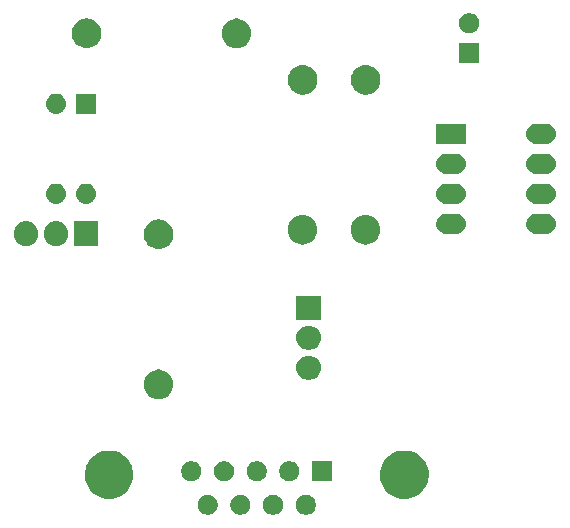
<source format=gbr>
G04 #@! TF.GenerationSoftware,KiCad,Pcbnew,(5.0.2)-1*
G04 #@! TF.CreationDate,2019-02-20T00:52:58+02:00*
G04 #@! TF.ProjectId,TSAL_SMD,5453414c-5f53-44d4-942e-6b696361645f,rev?*
G04 #@! TF.SameCoordinates,Original*
G04 #@! TF.FileFunction,Soldermask,Top*
G04 #@! TF.FilePolarity,Negative*
%FSLAX46Y46*%
G04 Gerber Fmt 4.6, Leading zero omitted, Abs format (unit mm)*
G04 Created by KiCad (PCBNEW (5.0.2)-1) date 2/20/2019 12:52:58 AM*
%MOMM*%
%LPD*%
G01*
G04 APERTURE LIST*
%ADD10C,0.100000*%
G04 APERTURE END LIST*
D10*
G36*
X65356228Y-81015703D02*
X65511100Y-81079853D01*
X65650481Y-81172985D01*
X65769015Y-81291519D01*
X65862147Y-81430900D01*
X65926297Y-81585772D01*
X65959000Y-81750184D01*
X65959000Y-81917816D01*
X65926297Y-82082228D01*
X65862147Y-82237100D01*
X65769015Y-82376481D01*
X65650481Y-82495015D01*
X65511100Y-82588147D01*
X65356228Y-82652297D01*
X65191816Y-82685000D01*
X65024184Y-82685000D01*
X64859772Y-82652297D01*
X64704900Y-82588147D01*
X64565519Y-82495015D01*
X64446985Y-82376481D01*
X64353853Y-82237100D01*
X64289703Y-82082228D01*
X64257000Y-81917816D01*
X64257000Y-81750184D01*
X64289703Y-81585772D01*
X64353853Y-81430900D01*
X64446985Y-81291519D01*
X64565519Y-81172985D01*
X64704900Y-81079853D01*
X64859772Y-81015703D01*
X65024184Y-80983000D01*
X65191816Y-80983000D01*
X65356228Y-81015703D01*
X65356228Y-81015703D01*
G37*
G36*
X70896228Y-81015703D02*
X71051100Y-81079853D01*
X71190481Y-81172985D01*
X71309015Y-81291519D01*
X71402147Y-81430900D01*
X71466297Y-81585772D01*
X71499000Y-81750184D01*
X71499000Y-81917816D01*
X71466297Y-82082228D01*
X71402147Y-82237100D01*
X71309015Y-82376481D01*
X71190481Y-82495015D01*
X71051100Y-82588147D01*
X70896228Y-82652297D01*
X70731816Y-82685000D01*
X70564184Y-82685000D01*
X70399772Y-82652297D01*
X70244900Y-82588147D01*
X70105519Y-82495015D01*
X69986985Y-82376481D01*
X69893853Y-82237100D01*
X69829703Y-82082228D01*
X69797000Y-81917816D01*
X69797000Y-81750184D01*
X69829703Y-81585772D01*
X69893853Y-81430900D01*
X69986985Y-81291519D01*
X70105519Y-81172985D01*
X70244900Y-81079853D01*
X70399772Y-81015703D01*
X70564184Y-80983000D01*
X70731816Y-80983000D01*
X70896228Y-81015703D01*
X70896228Y-81015703D01*
G37*
G36*
X73666228Y-81015703D02*
X73821100Y-81079853D01*
X73960481Y-81172985D01*
X74079015Y-81291519D01*
X74172147Y-81430900D01*
X74236297Y-81585772D01*
X74269000Y-81750184D01*
X74269000Y-81917816D01*
X74236297Y-82082228D01*
X74172147Y-82237100D01*
X74079015Y-82376481D01*
X73960481Y-82495015D01*
X73821100Y-82588147D01*
X73666228Y-82652297D01*
X73501816Y-82685000D01*
X73334184Y-82685000D01*
X73169772Y-82652297D01*
X73014900Y-82588147D01*
X72875519Y-82495015D01*
X72756985Y-82376481D01*
X72663853Y-82237100D01*
X72599703Y-82082228D01*
X72567000Y-81917816D01*
X72567000Y-81750184D01*
X72599703Y-81585772D01*
X72663853Y-81430900D01*
X72756985Y-81291519D01*
X72875519Y-81172985D01*
X73014900Y-81079853D01*
X73169772Y-81015703D01*
X73334184Y-80983000D01*
X73501816Y-80983000D01*
X73666228Y-81015703D01*
X73666228Y-81015703D01*
G37*
G36*
X68126228Y-81015703D02*
X68281100Y-81079853D01*
X68420481Y-81172985D01*
X68539015Y-81291519D01*
X68632147Y-81430900D01*
X68696297Y-81585772D01*
X68729000Y-81750184D01*
X68729000Y-81917816D01*
X68696297Y-82082228D01*
X68632147Y-82237100D01*
X68539015Y-82376481D01*
X68420481Y-82495015D01*
X68281100Y-82588147D01*
X68126228Y-82652297D01*
X67961816Y-82685000D01*
X67794184Y-82685000D01*
X67629772Y-82652297D01*
X67474900Y-82588147D01*
X67335519Y-82495015D01*
X67216985Y-82376481D01*
X67123853Y-82237100D01*
X67059703Y-82082228D01*
X67027000Y-81917816D01*
X67027000Y-81750184D01*
X67059703Y-81585772D01*
X67123853Y-81430900D01*
X67216985Y-81291519D01*
X67335519Y-81172985D01*
X67474900Y-81079853D01*
X67629772Y-81015703D01*
X67794184Y-80983000D01*
X67961816Y-80983000D01*
X68126228Y-81015703D01*
X68126228Y-81015703D01*
G37*
G36*
X57361252Y-77321818D02*
X57361254Y-77321819D01*
X57361255Y-77321819D01*
X57734513Y-77476427D01*
X57734514Y-77476428D01*
X58070439Y-77700886D01*
X58356114Y-77986561D01*
X58356116Y-77986564D01*
X58580573Y-78322487D01*
X58691753Y-78590900D01*
X58735182Y-78695748D01*
X58814000Y-79091993D01*
X58814000Y-79496007D01*
X58782372Y-79655014D01*
X58735181Y-79892255D01*
X58580573Y-80265513D01*
X58580572Y-80265514D01*
X58356114Y-80601439D01*
X58070439Y-80887114D01*
X58070436Y-80887116D01*
X57734513Y-81111573D01*
X57361255Y-81266181D01*
X57361254Y-81266181D01*
X57361252Y-81266182D01*
X56965007Y-81345000D01*
X56560993Y-81345000D01*
X56164748Y-81266182D01*
X56164746Y-81266181D01*
X56164745Y-81266181D01*
X55791487Y-81111573D01*
X55455564Y-80887116D01*
X55455561Y-80887114D01*
X55169886Y-80601439D01*
X54945428Y-80265514D01*
X54945427Y-80265513D01*
X54790819Y-79892255D01*
X54743629Y-79655014D01*
X54712000Y-79496007D01*
X54712000Y-79091993D01*
X54790818Y-78695748D01*
X54834247Y-78590900D01*
X54945427Y-78322487D01*
X55169884Y-77986564D01*
X55169886Y-77986561D01*
X55455561Y-77700886D01*
X55791486Y-77476428D01*
X55791487Y-77476427D01*
X56164745Y-77321819D01*
X56164746Y-77321819D01*
X56164748Y-77321818D01*
X56560993Y-77243000D01*
X56965007Y-77243000D01*
X57361252Y-77321818D01*
X57361252Y-77321818D01*
G37*
G36*
X82361252Y-77321818D02*
X82361254Y-77321819D01*
X82361255Y-77321819D01*
X82734513Y-77476427D01*
X82734514Y-77476428D01*
X83070439Y-77700886D01*
X83356114Y-77986561D01*
X83356116Y-77986564D01*
X83580573Y-78322487D01*
X83691753Y-78590900D01*
X83735182Y-78695748D01*
X83814000Y-79091993D01*
X83814000Y-79496007D01*
X83782372Y-79655014D01*
X83735181Y-79892255D01*
X83580573Y-80265513D01*
X83580572Y-80265514D01*
X83356114Y-80601439D01*
X83070439Y-80887114D01*
X83070436Y-80887116D01*
X82734513Y-81111573D01*
X82361255Y-81266181D01*
X82361254Y-81266181D01*
X82361252Y-81266182D01*
X81965007Y-81345000D01*
X81560993Y-81345000D01*
X81164748Y-81266182D01*
X81164746Y-81266181D01*
X81164745Y-81266181D01*
X80791487Y-81111573D01*
X80455564Y-80887116D01*
X80455561Y-80887114D01*
X80169886Y-80601439D01*
X79945428Y-80265514D01*
X79945427Y-80265513D01*
X79790819Y-79892255D01*
X79743629Y-79655014D01*
X79712000Y-79496007D01*
X79712000Y-79091993D01*
X79790818Y-78695748D01*
X79834247Y-78590900D01*
X79945427Y-78322487D01*
X80169884Y-77986564D01*
X80169886Y-77986561D01*
X80455561Y-77700886D01*
X80791486Y-77476428D01*
X80791487Y-77476427D01*
X81164745Y-77321819D01*
X81164746Y-77321819D01*
X81164748Y-77321818D01*
X81560993Y-77243000D01*
X81965007Y-77243000D01*
X82361252Y-77321818D01*
X82361252Y-77321818D01*
G37*
G36*
X72281228Y-78175703D02*
X72436100Y-78239853D01*
X72575481Y-78332985D01*
X72694015Y-78451519D01*
X72787147Y-78590900D01*
X72851297Y-78745772D01*
X72884000Y-78910184D01*
X72884000Y-79077816D01*
X72851297Y-79242228D01*
X72787147Y-79397100D01*
X72694015Y-79536481D01*
X72575481Y-79655015D01*
X72436100Y-79748147D01*
X72281228Y-79812297D01*
X72116816Y-79845000D01*
X71949184Y-79845000D01*
X71784772Y-79812297D01*
X71629900Y-79748147D01*
X71490519Y-79655015D01*
X71371985Y-79536481D01*
X71278853Y-79397100D01*
X71214703Y-79242228D01*
X71182000Y-79077816D01*
X71182000Y-78910184D01*
X71214703Y-78745772D01*
X71278853Y-78590900D01*
X71371985Y-78451519D01*
X71490519Y-78332985D01*
X71629900Y-78239853D01*
X71784772Y-78175703D01*
X71949184Y-78143000D01*
X72116816Y-78143000D01*
X72281228Y-78175703D01*
X72281228Y-78175703D01*
G37*
G36*
X75654000Y-79845000D02*
X73952000Y-79845000D01*
X73952000Y-78143000D01*
X75654000Y-78143000D01*
X75654000Y-79845000D01*
X75654000Y-79845000D01*
G37*
G36*
X69511228Y-78175703D02*
X69666100Y-78239853D01*
X69805481Y-78332985D01*
X69924015Y-78451519D01*
X70017147Y-78590900D01*
X70081297Y-78745772D01*
X70114000Y-78910184D01*
X70114000Y-79077816D01*
X70081297Y-79242228D01*
X70017147Y-79397100D01*
X69924015Y-79536481D01*
X69805481Y-79655015D01*
X69666100Y-79748147D01*
X69511228Y-79812297D01*
X69346816Y-79845000D01*
X69179184Y-79845000D01*
X69014772Y-79812297D01*
X68859900Y-79748147D01*
X68720519Y-79655015D01*
X68601985Y-79536481D01*
X68508853Y-79397100D01*
X68444703Y-79242228D01*
X68412000Y-79077816D01*
X68412000Y-78910184D01*
X68444703Y-78745772D01*
X68508853Y-78590900D01*
X68601985Y-78451519D01*
X68720519Y-78332985D01*
X68859900Y-78239853D01*
X69014772Y-78175703D01*
X69179184Y-78143000D01*
X69346816Y-78143000D01*
X69511228Y-78175703D01*
X69511228Y-78175703D01*
G37*
G36*
X66741228Y-78175703D02*
X66896100Y-78239853D01*
X67035481Y-78332985D01*
X67154015Y-78451519D01*
X67247147Y-78590900D01*
X67311297Y-78745772D01*
X67344000Y-78910184D01*
X67344000Y-79077816D01*
X67311297Y-79242228D01*
X67247147Y-79397100D01*
X67154015Y-79536481D01*
X67035481Y-79655015D01*
X66896100Y-79748147D01*
X66741228Y-79812297D01*
X66576816Y-79845000D01*
X66409184Y-79845000D01*
X66244772Y-79812297D01*
X66089900Y-79748147D01*
X65950519Y-79655015D01*
X65831985Y-79536481D01*
X65738853Y-79397100D01*
X65674703Y-79242228D01*
X65642000Y-79077816D01*
X65642000Y-78910184D01*
X65674703Y-78745772D01*
X65738853Y-78590900D01*
X65831985Y-78451519D01*
X65950519Y-78332985D01*
X66089900Y-78239853D01*
X66244772Y-78175703D01*
X66409184Y-78143000D01*
X66576816Y-78143000D01*
X66741228Y-78175703D01*
X66741228Y-78175703D01*
G37*
G36*
X63971228Y-78175703D02*
X64126100Y-78239853D01*
X64265481Y-78332985D01*
X64384015Y-78451519D01*
X64477147Y-78590900D01*
X64541297Y-78745772D01*
X64574000Y-78910184D01*
X64574000Y-79077816D01*
X64541297Y-79242228D01*
X64477147Y-79397100D01*
X64384015Y-79536481D01*
X64265481Y-79655015D01*
X64126100Y-79748147D01*
X63971228Y-79812297D01*
X63806816Y-79845000D01*
X63639184Y-79845000D01*
X63474772Y-79812297D01*
X63319900Y-79748147D01*
X63180519Y-79655015D01*
X63061985Y-79536481D01*
X62968853Y-79397100D01*
X62904703Y-79242228D01*
X62872000Y-79077816D01*
X62872000Y-78910184D01*
X62904703Y-78745772D01*
X62968853Y-78590900D01*
X63061985Y-78451519D01*
X63180519Y-78332985D01*
X63319900Y-78239853D01*
X63474772Y-78175703D01*
X63639184Y-78143000D01*
X63806816Y-78143000D01*
X63971228Y-78175703D01*
X63971228Y-78175703D01*
G37*
G36*
X61205239Y-70395101D02*
X61441053Y-70466634D01*
X61658381Y-70582799D01*
X61848871Y-70739129D01*
X62005201Y-70929619D01*
X62121366Y-71146947D01*
X62192899Y-71382761D01*
X62217053Y-71628000D01*
X62192899Y-71873239D01*
X62121366Y-72109053D01*
X62005201Y-72326381D01*
X61848871Y-72516871D01*
X61658381Y-72673201D01*
X61441053Y-72789366D01*
X61205239Y-72860899D01*
X61021457Y-72879000D01*
X60898543Y-72879000D01*
X60714761Y-72860899D01*
X60478947Y-72789366D01*
X60261619Y-72673201D01*
X60071129Y-72516871D01*
X59914799Y-72326381D01*
X59798634Y-72109053D01*
X59727101Y-71873239D01*
X59702947Y-71628000D01*
X59727101Y-71382761D01*
X59798634Y-71146947D01*
X59914799Y-70929619D01*
X60071129Y-70739129D01*
X60261619Y-70582799D01*
X60478947Y-70466634D01*
X60714761Y-70395101D01*
X60898543Y-70377000D01*
X61021457Y-70377000D01*
X61205239Y-70395101D01*
X61205239Y-70395101D01*
G37*
G36*
X73815764Y-69233308D02*
X73904220Y-69242020D01*
X74093381Y-69299401D01*
X74267712Y-69392583D01*
X74420515Y-69517985D01*
X74545917Y-69670788D01*
X74639099Y-69845119D01*
X74696480Y-70034280D01*
X74715855Y-70231000D01*
X74696480Y-70427720D01*
X74639099Y-70616881D01*
X74545917Y-70791212D01*
X74420515Y-70944015D01*
X74267712Y-71069417D01*
X74093381Y-71162599D01*
X73904220Y-71219980D01*
X73815764Y-71228692D01*
X73756796Y-71234500D01*
X73563204Y-71234500D01*
X73504236Y-71228692D01*
X73415780Y-71219980D01*
X73226619Y-71162599D01*
X73052288Y-71069417D01*
X72899485Y-70944015D01*
X72774083Y-70791212D01*
X72680901Y-70616881D01*
X72623520Y-70427720D01*
X72604145Y-70231000D01*
X72623520Y-70034280D01*
X72680901Y-69845119D01*
X72774083Y-69670788D01*
X72899485Y-69517985D01*
X73052288Y-69392583D01*
X73226619Y-69299401D01*
X73415780Y-69242020D01*
X73504236Y-69233308D01*
X73563204Y-69227500D01*
X73756796Y-69227500D01*
X73815764Y-69233308D01*
X73815764Y-69233308D01*
G37*
G36*
X73815764Y-66693308D02*
X73904220Y-66702020D01*
X74093381Y-66759401D01*
X74267712Y-66852583D01*
X74420515Y-66977985D01*
X74545917Y-67130788D01*
X74639099Y-67305119D01*
X74696480Y-67494280D01*
X74715855Y-67691000D01*
X74696480Y-67887720D01*
X74639099Y-68076881D01*
X74545917Y-68251212D01*
X74420515Y-68404015D01*
X74267712Y-68529417D01*
X74093381Y-68622599D01*
X73904220Y-68679980D01*
X73815764Y-68688692D01*
X73756796Y-68694500D01*
X73563204Y-68694500D01*
X73504236Y-68688692D01*
X73415780Y-68679980D01*
X73226619Y-68622599D01*
X73052288Y-68529417D01*
X72899485Y-68404015D01*
X72774083Y-68251212D01*
X72680901Y-68076881D01*
X72623520Y-67887720D01*
X72604145Y-67691000D01*
X72623520Y-67494280D01*
X72680901Y-67305119D01*
X72774083Y-67130788D01*
X72899485Y-66977985D01*
X73052288Y-66852583D01*
X73226619Y-66759401D01*
X73415780Y-66702020D01*
X73504236Y-66693308D01*
X73563204Y-66687500D01*
X73756796Y-66687500D01*
X73815764Y-66693308D01*
X73815764Y-66693308D01*
G37*
G36*
X74711000Y-66154500D02*
X72609000Y-66154500D01*
X72609000Y-64147500D01*
X74711000Y-64147500D01*
X74711000Y-66154500D01*
X74711000Y-66154500D01*
G37*
G36*
X61143636Y-57689019D02*
X61324903Y-57725075D01*
X61552571Y-57819378D01*
X61756542Y-57955668D01*
X61757469Y-57956287D01*
X61931713Y-58130531D01*
X61931715Y-58130534D01*
X62068622Y-58335429D01*
X62162925Y-58563097D01*
X62211000Y-58804787D01*
X62211000Y-59051213D01*
X62162925Y-59292903D01*
X62068622Y-59520571D01*
X61943142Y-59708364D01*
X61931713Y-59725469D01*
X61757469Y-59899713D01*
X61757466Y-59899715D01*
X61552571Y-60036622D01*
X61324903Y-60130925D01*
X61143636Y-60166981D01*
X61083214Y-60179000D01*
X60836786Y-60179000D01*
X60776364Y-60166981D01*
X60595097Y-60130925D01*
X60367429Y-60036622D01*
X60162534Y-59899715D01*
X60162531Y-59899713D01*
X59988287Y-59725469D01*
X59976858Y-59708364D01*
X59851378Y-59520571D01*
X59757075Y-59292903D01*
X59709000Y-59051213D01*
X59709000Y-58804787D01*
X59757075Y-58563097D01*
X59851378Y-58335429D01*
X59988285Y-58130534D01*
X59988287Y-58130531D01*
X60162531Y-57956287D01*
X60163458Y-57955668D01*
X60367429Y-57819378D01*
X60595097Y-57725075D01*
X60776364Y-57689019D01*
X60836786Y-57677000D01*
X61083214Y-57677000D01*
X61143636Y-57689019D01*
X61143636Y-57689019D01*
G37*
G36*
X49931720Y-57842520D02*
X50120881Y-57899901D01*
X50295212Y-57993083D01*
X50448015Y-58118485D01*
X50573417Y-58271288D01*
X50666599Y-58445620D01*
X50723980Y-58634781D01*
X50723980Y-58634784D01*
X50735329Y-58750005D01*
X50738500Y-58782207D01*
X50738500Y-58975794D01*
X50723980Y-59123220D01*
X50666599Y-59312381D01*
X50573417Y-59486712D01*
X50448015Y-59639515D01*
X50295212Y-59764917D01*
X50120880Y-59858099D01*
X49931719Y-59915480D01*
X49735000Y-59934855D01*
X49538280Y-59915480D01*
X49349119Y-59858099D01*
X49174788Y-59764917D01*
X49021985Y-59639515D01*
X48896583Y-59486712D01*
X48803401Y-59312380D01*
X48746020Y-59123219D01*
X48731500Y-58975793D01*
X48731500Y-58782206D01*
X48734672Y-58750004D01*
X48746020Y-58634783D01*
X48746020Y-58634780D01*
X48803401Y-58445619D01*
X48896583Y-58271288D01*
X49021985Y-58118485D01*
X49174788Y-57993083D01*
X49349120Y-57899901D01*
X49538281Y-57842520D01*
X49735000Y-57823145D01*
X49931720Y-57842520D01*
X49931720Y-57842520D01*
G37*
G36*
X52471720Y-57842520D02*
X52660881Y-57899901D01*
X52835212Y-57993083D01*
X52988015Y-58118485D01*
X53113417Y-58271288D01*
X53206599Y-58445620D01*
X53263980Y-58634781D01*
X53263980Y-58634784D01*
X53275329Y-58750005D01*
X53278500Y-58782207D01*
X53278500Y-58975794D01*
X53263980Y-59123220D01*
X53206599Y-59312381D01*
X53113417Y-59486712D01*
X52988015Y-59639515D01*
X52835212Y-59764917D01*
X52660880Y-59858099D01*
X52471719Y-59915480D01*
X52275000Y-59934855D01*
X52078280Y-59915480D01*
X51889119Y-59858099D01*
X51714788Y-59764917D01*
X51561985Y-59639515D01*
X51436583Y-59486712D01*
X51343401Y-59312380D01*
X51286020Y-59123219D01*
X51271500Y-58975793D01*
X51271500Y-58782206D01*
X51274672Y-58750004D01*
X51286020Y-58634783D01*
X51286020Y-58634780D01*
X51343401Y-58445619D01*
X51436583Y-58271288D01*
X51561985Y-58118485D01*
X51714788Y-57993083D01*
X51889120Y-57899901D01*
X52078281Y-57842520D01*
X52275000Y-57823145D01*
X52471720Y-57842520D01*
X52471720Y-57842520D01*
G37*
G36*
X55818500Y-59930000D02*
X53811500Y-59930000D01*
X53811500Y-57828000D01*
X55818500Y-57828000D01*
X55818500Y-59930000D01*
X55818500Y-59930000D01*
G37*
G36*
X78731239Y-57314101D02*
X78967053Y-57385634D01*
X79184381Y-57501799D01*
X79374871Y-57658129D01*
X79531201Y-57848619D01*
X79647366Y-58065947D01*
X79718899Y-58301761D01*
X79743053Y-58547000D01*
X79718899Y-58792239D01*
X79647366Y-59028053D01*
X79531201Y-59245381D01*
X79374871Y-59435871D01*
X79184381Y-59592201D01*
X78967053Y-59708366D01*
X78731239Y-59779899D01*
X78547457Y-59798000D01*
X78424543Y-59798000D01*
X78240761Y-59779899D01*
X78004947Y-59708366D01*
X77787619Y-59592201D01*
X77597129Y-59435871D01*
X77440799Y-59245381D01*
X77324634Y-59028053D01*
X77253101Y-58792239D01*
X77228947Y-58547000D01*
X77253101Y-58301761D01*
X77324634Y-58065947D01*
X77440799Y-57848619D01*
X77597129Y-57658129D01*
X77787619Y-57501799D01*
X78004947Y-57385634D01*
X78240761Y-57314101D01*
X78424543Y-57296000D01*
X78547457Y-57296000D01*
X78731239Y-57314101D01*
X78731239Y-57314101D01*
G37*
G36*
X73397239Y-57314101D02*
X73633053Y-57385634D01*
X73850381Y-57501799D01*
X74040871Y-57658129D01*
X74197201Y-57848619D01*
X74313366Y-58065947D01*
X74384899Y-58301761D01*
X74409053Y-58547000D01*
X74384899Y-58792239D01*
X74313366Y-59028053D01*
X74197201Y-59245381D01*
X74040871Y-59435871D01*
X73850381Y-59592201D01*
X73633053Y-59708366D01*
X73397239Y-59779899D01*
X73213457Y-59798000D01*
X73090543Y-59798000D01*
X72906761Y-59779899D01*
X72670947Y-59708366D01*
X72453619Y-59592201D01*
X72263129Y-59435871D01*
X72106799Y-59245381D01*
X71990634Y-59028053D01*
X71919101Y-58792239D01*
X71894947Y-58547000D01*
X71919101Y-58301761D01*
X71990634Y-58065947D01*
X72106799Y-57848619D01*
X72263129Y-57658129D01*
X72453619Y-57501799D01*
X72670947Y-57385634D01*
X72906761Y-57314101D01*
X73090543Y-57296000D01*
X73213457Y-57296000D01*
X73397239Y-57314101D01*
X73397239Y-57314101D01*
G37*
G36*
X93911821Y-57200313D02*
X93911824Y-57200314D01*
X93911825Y-57200314D01*
X94072239Y-57248975D01*
X94072241Y-57248976D01*
X94072244Y-57248977D01*
X94220078Y-57327995D01*
X94349659Y-57434341D01*
X94456005Y-57563922D01*
X94535023Y-57711756D01*
X94535024Y-57711759D01*
X94535025Y-57711761D01*
X94574690Y-57842520D01*
X94583687Y-57872179D01*
X94600117Y-58039000D01*
X94583687Y-58205821D01*
X94535023Y-58366244D01*
X94456005Y-58514078D01*
X94349659Y-58643659D01*
X94220078Y-58750005D01*
X94072244Y-58829023D01*
X94072241Y-58829024D01*
X94072239Y-58829025D01*
X93911825Y-58877686D01*
X93911824Y-58877686D01*
X93911821Y-58877687D01*
X93786804Y-58890000D01*
X92903196Y-58890000D01*
X92778179Y-58877687D01*
X92778176Y-58877686D01*
X92778175Y-58877686D01*
X92617761Y-58829025D01*
X92617759Y-58829024D01*
X92617756Y-58829023D01*
X92469922Y-58750005D01*
X92340341Y-58643659D01*
X92233995Y-58514078D01*
X92154977Y-58366244D01*
X92106313Y-58205821D01*
X92089883Y-58039000D01*
X92106313Y-57872179D01*
X92115310Y-57842520D01*
X92154975Y-57711761D01*
X92154976Y-57711759D01*
X92154977Y-57711756D01*
X92233995Y-57563922D01*
X92340341Y-57434341D01*
X92469922Y-57327995D01*
X92617756Y-57248977D01*
X92617759Y-57248976D01*
X92617761Y-57248975D01*
X92778175Y-57200314D01*
X92778176Y-57200314D01*
X92778179Y-57200313D01*
X92903196Y-57188000D01*
X93786804Y-57188000D01*
X93911821Y-57200313D01*
X93911821Y-57200313D01*
G37*
G36*
X86291821Y-57200313D02*
X86291824Y-57200314D01*
X86291825Y-57200314D01*
X86452239Y-57248975D01*
X86452241Y-57248976D01*
X86452244Y-57248977D01*
X86600078Y-57327995D01*
X86729659Y-57434341D01*
X86836005Y-57563922D01*
X86915023Y-57711756D01*
X86915024Y-57711759D01*
X86915025Y-57711761D01*
X86954690Y-57842520D01*
X86963687Y-57872179D01*
X86980117Y-58039000D01*
X86963687Y-58205821D01*
X86915023Y-58366244D01*
X86836005Y-58514078D01*
X86729659Y-58643659D01*
X86600078Y-58750005D01*
X86452244Y-58829023D01*
X86452241Y-58829024D01*
X86452239Y-58829025D01*
X86291825Y-58877686D01*
X86291824Y-58877686D01*
X86291821Y-58877687D01*
X86166804Y-58890000D01*
X85283196Y-58890000D01*
X85158179Y-58877687D01*
X85158176Y-58877686D01*
X85158175Y-58877686D01*
X84997761Y-58829025D01*
X84997759Y-58829024D01*
X84997756Y-58829023D01*
X84849922Y-58750005D01*
X84720341Y-58643659D01*
X84613995Y-58514078D01*
X84534977Y-58366244D01*
X84486313Y-58205821D01*
X84469883Y-58039000D01*
X84486313Y-57872179D01*
X84495310Y-57842520D01*
X84534975Y-57711761D01*
X84534976Y-57711759D01*
X84534977Y-57711756D01*
X84613995Y-57563922D01*
X84720341Y-57434341D01*
X84849922Y-57327995D01*
X84997756Y-57248977D01*
X84997759Y-57248976D01*
X84997761Y-57248975D01*
X85158175Y-57200314D01*
X85158176Y-57200314D01*
X85158179Y-57200313D01*
X85283196Y-57188000D01*
X86166804Y-57188000D01*
X86291821Y-57200313D01*
X86291821Y-57200313D01*
G37*
G36*
X93911821Y-54660313D02*
X93911824Y-54660314D01*
X93911825Y-54660314D01*
X94072239Y-54708975D01*
X94072241Y-54708976D01*
X94072244Y-54708977D01*
X94220078Y-54787995D01*
X94349659Y-54894341D01*
X94456005Y-55023922D01*
X94535023Y-55171756D01*
X94583687Y-55332179D01*
X94600117Y-55499000D01*
X94583687Y-55665821D01*
X94535023Y-55826244D01*
X94456005Y-55974078D01*
X94349659Y-56103659D01*
X94220078Y-56210005D01*
X94072244Y-56289023D01*
X94072241Y-56289024D01*
X94072239Y-56289025D01*
X93911825Y-56337686D01*
X93911824Y-56337686D01*
X93911821Y-56337687D01*
X93786804Y-56350000D01*
X92903196Y-56350000D01*
X92778179Y-56337687D01*
X92778176Y-56337686D01*
X92778175Y-56337686D01*
X92617761Y-56289025D01*
X92617759Y-56289024D01*
X92617756Y-56289023D01*
X92469922Y-56210005D01*
X92340341Y-56103659D01*
X92233995Y-55974078D01*
X92154977Y-55826244D01*
X92106313Y-55665821D01*
X92089883Y-55499000D01*
X92106313Y-55332179D01*
X92154977Y-55171756D01*
X92233995Y-55023922D01*
X92340341Y-54894341D01*
X92469922Y-54787995D01*
X92617756Y-54708977D01*
X92617759Y-54708976D01*
X92617761Y-54708975D01*
X92778175Y-54660314D01*
X92778176Y-54660314D01*
X92778179Y-54660313D01*
X92903196Y-54648000D01*
X93786804Y-54648000D01*
X93911821Y-54660313D01*
X93911821Y-54660313D01*
G37*
G36*
X86291821Y-54660313D02*
X86291824Y-54660314D01*
X86291825Y-54660314D01*
X86452239Y-54708975D01*
X86452241Y-54708976D01*
X86452244Y-54708977D01*
X86600078Y-54787995D01*
X86729659Y-54894341D01*
X86836005Y-55023922D01*
X86915023Y-55171756D01*
X86963687Y-55332179D01*
X86980117Y-55499000D01*
X86963687Y-55665821D01*
X86915023Y-55826244D01*
X86836005Y-55974078D01*
X86729659Y-56103659D01*
X86600078Y-56210005D01*
X86452244Y-56289023D01*
X86452241Y-56289024D01*
X86452239Y-56289025D01*
X86291825Y-56337686D01*
X86291824Y-56337686D01*
X86291821Y-56337687D01*
X86166804Y-56350000D01*
X85283196Y-56350000D01*
X85158179Y-56337687D01*
X85158176Y-56337686D01*
X85158175Y-56337686D01*
X84997761Y-56289025D01*
X84997759Y-56289024D01*
X84997756Y-56289023D01*
X84849922Y-56210005D01*
X84720341Y-56103659D01*
X84613995Y-55974078D01*
X84534977Y-55826244D01*
X84486313Y-55665821D01*
X84469883Y-55499000D01*
X84486313Y-55332179D01*
X84534977Y-55171756D01*
X84613995Y-55023922D01*
X84720341Y-54894341D01*
X84849922Y-54787995D01*
X84997756Y-54708977D01*
X84997759Y-54708976D01*
X84997761Y-54708975D01*
X85158175Y-54660314D01*
X85158176Y-54660314D01*
X85158179Y-54660313D01*
X85283196Y-54648000D01*
X86166804Y-54648000D01*
X86291821Y-54660313D01*
X86291821Y-54660313D01*
G37*
G36*
X52441821Y-54660313D02*
X52441824Y-54660314D01*
X52441825Y-54660314D01*
X52602239Y-54708975D01*
X52602241Y-54708976D01*
X52602244Y-54708977D01*
X52750078Y-54787995D01*
X52879659Y-54894341D01*
X52986005Y-55023922D01*
X53065023Y-55171756D01*
X53113687Y-55332179D01*
X53130117Y-55499000D01*
X53113687Y-55665821D01*
X53065023Y-55826244D01*
X52986005Y-55974078D01*
X52879659Y-56103659D01*
X52750078Y-56210005D01*
X52602244Y-56289023D01*
X52602241Y-56289024D01*
X52602239Y-56289025D01*
X52441825Y-56337686D01*
X52441824Y-56337686D01*
X52441821Y-56337687D01*
X52316804Y-56350000D01*
X52233196Y-56350000D01*
X52108179Y-56337687D01*
X52108176Y-56337686D01*
X52108175Y-56337686D01*
X51947761Y-56289025D01*
X51947759Y-56289024D01*
X51947756Y-56289023D01*
X51799922Y-56210005D01*
X51670341Y-56103659D01*
X51563995Y-55974078D01*
X51484977Y-55826244D01*
X51436313Y-55665821D01*
X51419883Y-55499000D01*
X51436313Y-55332179D01*
X51484977Y-55171756D01*
X51563995Y-55023922D01*
X51670341Y-54894341D01*
X51799922Y-54787995D01*
X51947756Y-54708977D01*
X51947759Y-54708976D01*
X51947761Y-54708975D01*
X52108175Y-54660314D01*
X52108176Y-54660314D01*
X52108179Y-54660313D01*
X52233196Y-54648000D01*
X52316804Y-54648000D01*
X52441821Y-54660313D01*
X52441821Y-54660313D01*
G37*
G36*
X54981821Y-54660313D02*
X54981824Y-54660314D01*
X54981825Y-54660314D01*
X55142239Y-54708975D01*
X55142241Y-54708976D01*
X55142244Y-54708977D01*
X55290078Y-54787995D01*
X55419659Y-54894341D01*
X55526005Y-55023922D01*
X55605023Y-55171756D01*
X55653687Y-55332179D01*
X55670117Y-55499000D01*
X55653687Y-55665821D01*
X55605023Y-55826244D01*
X55526005Y-55974078D01*
X55419659Y-56103659D01*
X55290078Y-56210005D01*
X55142244Y-56289023D01*
X55142241Y-56289024D01*
X55142239Y-56289025D01*
X54981825Y-56337686D01*
X54981824Y-56337686D01*
X54981821Y-56337687D01*
X54856804Y-56350000D01*
X54773196Y-56350000D01*
X54648179Y-56337687D01*
X54648176Y-56337686D01*
X54648175Y-56337686D01*
X54487761Y-56289025D01*
X54487759Y-56289024D01*
X54487756Y-56289023D01*
X54339922Y-56210005D01*
X54210341Y-56103659D01*
X54103995Y-55974078D01*
X54024977Y-55826244D01*
X53976313Y-55665821D01*
X53959883Y-55499000D01*
X53976313Y-55332179D01*
X54024977Y-55171756D01*
X54103995Y-55023922D01*
X54210341Y-54894341D01*
X54339922Y-54787995D01*
X54487756Y-54708977D01*
X54487759Y-54708976D01*
X54487761Y-54708975D01*
X54648175Y-54660314D01*
X54648176Y-54660314D01*
X54648179Y-54660313D01*
X54773196Y-54648000D01*
X54856804Y-54648000D01*
X54981821Y-54660313D01*
X54981821Y-54660313D01*
G37*
G36*
X93911821Y-52120313D02*
X93911824Y-52120314D01*
X93911825Y-52120314D01*
X94072239Y-52168975D01*
X94072241Y-52168976D01*
X94072244Y-52168977D01*
X94220078Y-52247995D01*
X94349659Y-52354341D01*
X94456005Y-52483922D01*
X94535023Y-52631756D01*
X94583687Y-52792179D01*
X94600117Y-52959000D01*
X94583687Y-53125821D01*
X94535023Y-53286244D01*
X94456005Y-53434078D01*
X94349659Y-53563659D01*
X94220078Y-53670005D01*
X94072244Y-53749023D01*
X94072241Y-53749024D01*
X94072239Y-53749025D01*
X93911825Y-53797686D01*
X93911824Y-53797686D01*
X93911821Y-53797687D01*
X93786804Y-53810000D01*
X92903196Y-53810000D01*
X92778179Y-53797687D01*
X92778176Y-53797686D01*
X92778175Y-53797686D01*
X92617761Y-53749025D01*
X92617759Y-53749024D01*
X92617756Y-53749023D01*
X92469922Y-53670005D01*
X92340341Y-53563659D01*
X92233995Y-53434078D01*
X92154977Y-53286244D01*
X92106313Y-53125821D01*
X92089883Y-52959000D01*
X92106313Y-52792179D01*
X92154977Y-52631756D01*
X92233995Y-52483922D01*
X92340341Y-52354341D01*
X92469922Y-52247995D01*
X92617756Y-52168977D01*
X92617759Y-52168976D01*
X92617761Y-52168975D01*
X92778175Y-52120314D01*
X92778176Y-52120314D01*
X92778179Y-52120313D01*
X92903196Y-52108000D01*
X93786804Y-52108000D01*
X93911821Y-52120313D01*
X93911821Y-52120313D01*
G37*
G36*
X86291821Y-52120313D02*
X86291824Y-52120314D01*
X86291825Y-52120314D01*
X86452239Y-52168975D01*
X86452241Y-52168976D01*
X86452244Y-52168977D01*
X86600078Y-52247995D01*
X86729659Y-52354341D01*
X86836005Y-52483922D01*
X86915023Y-52631756D01*
X86963687Y-52792179D01*
X86980117Y-52959000D01*
X86963687Y-53125821D01*
X86915023Y-53286244D01*
X86836005Y-53434078D01*
X86729659Y-53563659D01*
X86600078Y-53670005D01*
X86452244Y-53749023D01*
X86452241Y-53749024D01*
X86452239Y-53749025D01*
X86291825Y-53797686D01*
X86291824Y-53797686D01*
X86291821Y-53797687D01*
X86166804Y-53810000D01*
X85283196Y-53810000D01*
X85158179Y-53797687D01*
X85158176Y-53797686D01*
X85158175Y-53797686D01*
X84997761Y-53749025D01*
X84997759Y-53749024D01*
X84997756Y-53749023D01*
X84849922Y-53670005D01*
X84720341Y-53563659D01*
X84613995Y-53434078D01*
X84534977Y-53286244D01*
X84486313Y-53125821D01*
X84469883Y-52959000D01*
X84486313Y-52792179D01*
X84534977Y-52631756D01*
X84613995Y-52483922D01*
X84720341Y-52354341D01*
X84849922Y-52247995D01*
X84997756Y-52168977D01*
X84997759Y-52168976D01*
X84997761Y-52168975D01*
X85158175Y-52120314D01*
X85158176Y-52120314D01*
X85158179Y-52120313D01*
X85283196Y-52108000D01*
X86166804Y-52108000D01*
X86291821Y-52120313D01*
X86291821Y-52120313D01*
G37*
G36*
X86976000Y-51270000D02*
X84474000Y-51270000D01*
X84474000Y-49568000D01*
X86976000Y-49568000D01*
X86976000Y-51270000D01*
X86976000Y-51270000D01*
G37*
G36*
X93911821Y-49580313D02*
X93911824Y-49580314D01*
X93911825Y-49580314D01*
X94072239Y-49628975D01*
X94072241Y-49628976D01*
X94072244Y-49628977D01*
X94220078Y-49707995D01*
X94349659Y-49814341D01*
X94456005Y-49943922D01*
X94535023Y-50091756D01*
X94583687Y-50252179D01*
X94600117Y-50419000D01*
X94583687Y-50585821D01*
X94535023Y-50746244D01*
X94456005Y-50894078D01*
X94349659Y-51023659D01*
X94220078Y-51130005D01*
X94072244Y-51209023D01*
X94072241Y-51209024D01*
X94072239Y-51209025D01*
X93911825Y-51257686D01*
X93911824Y-51257686D01*
X93911821Y-51257687D01*
X93786804Y-51270000D01*
X92903196Y-51270000D01*
X92778179Y-51257687D01*
X92778176Y-51257686D01*
X92778175Y-51257686D01*
X92617761Y-51209025D01*
X92617759Y-51209024D01*
X92617756Y-51209023D01*
X92469922Y-51130005D01*
X92340341Y-51023659D01*
X92233995Y-50894078D01*
X92154977Y-50746244D01*
X92106313Y-50585821D01*
X92089883Y-50419000D01*
X92106313Y-50252179D01*
X92154977Y-50091756D01*
X92233995Y-49943922D01*
X92340341Y-49814341D01*
X92469922Y-49707995D01*
X92617756Y-49628977D01*
X92617759Y-49628976D01*
X92617761Y-49628975D01*
X92778175Y-49580314D01*
X92778176Y-49580314D01*
X92778179Y-49580313D01*
X92903196Y-49568000D01*
X93786804Y-49568000D01*
X93911821Y-49580313D01*
X93911821Y-49580313D01*
G37*
G36*
X55666000Y-48730000D02*
X53964000Y-48730000D01*
X53964000Y-47028000D01*
X55666000Y-47028000D01*
X55666000Y-48730000D01*
X55666000Y-48730000D01*
G37*
G36*
X52441821Y-47040313D02*
X52441824Y-47040314D01*
X52441825Y-47040314D01*
X52602239Y-47088975D01*
X52602241Y-47088976D01*
X52602244Y-47088977D01*
X52750078Y-47167995D01*
X52879659Y-47274341D01*
X52986005Y-47403922D01*
X53065023Y-47551756D01*
X53113687Y-47712179D01*
X53130117Y-47879000D01*
X53113687Y-48045821D01*
X53065023Y-48206244D01*
X52986005Y-48354078D01*
X52879659Y-48483659D01*
X52750078Y-48590005D01*
X52602244Y-48669023D01*
X52602241Y-48669024D01*
X52602239Y-48669025D01*
X52441825Y-48717686D01*
X52441824Y-48717686D01*
X52441821Y-48717687D01*
X52316804Y-48730000D01*
X52233196Y-48730000D01*
X52108179Y-48717687D01*
X52108176Y-48717686D01*
X52108175Y-48717686D01*
X51947761Y-48669025D01*
X51947759Y-48669024D01*
X51947756Y-48669023D01*
X51799922Y-48590005D01*
X51670341Y-48483659D01*
X51563995Y-48354078D01*
X51484977Y-48206244D01*
X51436313Y-48045821D01*
X51419883Y-47879000D01*
X51436313Y-47712179D01*
X51484977Y-47551756D01*
X51563995Y-47403922D01*
X51670341Y-47274341D01*
X51799922Y-47167995D01*
X51947756Y-47088977D01*
X51947759Y-47088976D01*
X51947761Y-47088975D01*
X52108175Y-47040314D01*
X52108176Y-47040314D01*
X52108179Y-47040313D01*
X52233196Y-47028000D01*
X52316804Y-47028000D01*
X52441821Y-47040313D01*
X52441821Y-47040313D01*
G37*
G36*
X73335635Y-44608019D02*
X73516903Y-44644075D01*
X73744571Y-44738378D01*
X73948542Y-44874668D01*
X73949469Y-44875287D01*
X74123713Y-45049531D01*
X74123715Y-45049534D01*
X74260622Y-45254429D01*
X74354925Y-45482097D01*
X74403000Y-45723787D01*
X74403000Y-45970213D01*
X74354925Y-46211903D01*
X74260622Y-46439571D01*
X74124332Y-46643542D01*
X74123713Y-46644469D01*
X73949469Y-46818713D01*
X73949466Y-46818715D01*
X73744571Y-46955622D01*
X73516903Y-47049925D01*
X73335635Y-47085981D01*
X73275214Y-47098000D01*
X73028786Y-47098000D01*
X72968364Y-47085981D01*
X72787097Y-47049925D01*
X72559429Y-46955622D01*
X72354534Y-46818715D01*
X72354531Y-46818713D01*
X72180287Y-46644469D01*
X72179668Y-46643542D01*
X72043378Y-46439571D01*
X71949075Y-46211903D01*
X71901000Y-45970213D01*
X71901000Y-45723787D01*
X71949075Y-45482097D01*
X72043378Y-45254429D01*
X72180285Y-45049534D01*
X72180287Y-45049531D01*
X72354531Y-44875287D01*
X72355458Y-44874668D01*
X72559429Y-44738378D01*
X72787097Y-44644075D01*
X72968365Y-44608019D01*
X73028786Y-44596000D01*
X73275214Y-44596000D01*
X73335635Y-44608019D01*
X73335635Y-44608019D01*
G37*
G36*
X78669635Y-44608019D02*
X78850903Y-44644075D01*
X79078571Y-44738378D01*
X79282542Y-44874668D01*
X79283469Y-44875287D01*
X79457713Y-45049531D01*
X79457715Y-45049534D01*
X79594622Y-45254429D01*
X79688925Y-45482097D01*
X79737000Y-45723787D01*
X79737000Y-45970213D01*
X79688925Y-46211903D01*
X79594622Y-46439571D01*
X79458332Y-46643542D01*
X79457713Y-46644469D01*
X79283469Y-46818713D01*
X79283466Y-46818715D01*
X79078571Y-46955622D01*
X78850903Y-47049925D01*
X78669635Y-47085981D01*
X78609214Y-47098000D01*
X78362786Y-47098000D01*
X78302364Y-47085981D01*
X78121097Y-47049925D01*
X77893429Y-46955622D01*
X77688534Y-46818715D01*
X77688531Y-46818713D01*
X77514287Y-46644469D01*
X77513668Y-46643542D01*
X77377378Y-46439571D01*
X77283075Y-46211903D01*
X77235000Y-45970213D01*
X77235000Y-45723787D01*
X77283075Y-45482097D01*
X77377378Y-45254429D01*
X77514285Y-45049534D01*
X77514287Y-45049531D01*
X77688531Y-44875287D01*
X77689458Y-44874668D01*
X77893429Y-44738378D01*
X78121097Y-44644075D01*
X78302365Y-44608019D01*
X78362786Y-44596000D01*
X78609214Y-44596000D01*
X78669635Y-44608019D01*
X78669635Y-44608019D01*
G37*
G36*
X88100000Y-44412000D02*
X86398000Y-44412000D01*
X86398000Y-42710000D01*
X88100000Y-42710000D01*
X88100000Y-44412000D01*
X88100000Y-44412000D01*
G37*
G36*
X67809239Y-40677101D02*
X68045053Y-40748634D01*
X68262381Y-40864799D01*
X68452871Y-41021129D01*
X68609201Y-41211619D01*
X68725366Y-41428947D01*
X68796899Y-41664761D01*
X68821053Y-41910000D01*
X68796899Y-42155239D01*
X68725366Y-42391053D01*
X68609201Y-42608381D01*
X68452871Y-42798871D01*
X68262381Y-42955201D01*
X68045053Y-43071366D01*
X67809239Y-43142899D01*
X67625457Y-43161000D01*
X67502543Y-43161000D01*
X67318761Y-43142899D01*
X67082947Y-43071366D01*
X66865619Y-42955201D01*
X66675129Y-42798871D01*
X66518799Y-42608381D01*
X66402634Y-42391053D01*
X66331101Y-42155239D01*
X66306947Y-41910000D01*
X66331101Y-41664761D01*
X66402634Y-41428947D01*
X66518799Y-41211619D01*
X66675129Y-41021129D01*
X66865619Y-40864799D01*
X67082947Y-40748634D01*
X67318761Y-40677101D01*
X67502543Y-40659000D01*
X67625457Y-40659000D01*
X67809239Y-40677101D01*
X67809239Y-40677101D01*
G37*
G36*
X55047636Y-40671019D02*
X55228903Y-40707075D01*
X55456571Y-40801378D01*
X55551488Y-40864800D01*
X55661469Y-40938287D01*
X55835713Y-41112531D01*
X55835715Y-41112534D01*
X55972622Y-41317429D01*
X56066925Y-41545097D01*
X56115000Y-41786787D01*
X56115000Y-42033213D01*
X56066925Y-42274903D01*
X55972622Y-42502571D01*
X55901921Y-42608382D01*
X55835713Y-42707469D01*
X55661469Y-42881713D01*
X55661466Y-42881715D01*
X55456571Y-43018622D01*
X55228903Y-43112925D01*
X55078213Y-43142899D01*
X54987214Y-43161000D01*
X54740786Y-43161000D01*
X54649787Y-43142899D01*
X54499097Y-43112925D01*
X54271429Y-43018622D01*
X54066534Y-42881715D01*
X54066531Y-42881713D01*
X53892287Y-42707469D01*
X53826079Y-42608382D01*
X53755378Y-42502571D01*
X53661075Y-42274903D01*
X53613000Y-42033213D01*
X53613000Y-41786787D01*
X53661075Y-41545097D01*
X53755378Y-41317429D01*
X53892285Y-41112534D01*
X53892287Y-41112531D01*
X54066531Y-40938287D01*
X54176512Y-40864800D01*
X54271429Y-40801378D01*
X54499097Y-40707075D01*
X54680364Y-40671019D01*
X54740786Y-40659000D01*
X54987214Y-40659000D01*
X55047636Y-40671019D01*
X55047636Y-40671019D01*
G37*
G36*
X87497228Y-40242703D02*
X87652100Y-40306853D01*
X87791481Y-40399985D01*
X87910015Y-40518519D01*
X88003147Y-40657900D01*
X88067297Y-40812772D01*
X88100000Y-40977184D01*
X88100000Y-41144816D01*
X88067297Y-41309228D01*
X88003147Y-41464100D01*
X87910015Y-41603481D01*
X87791481Y-41722015D01*
X87652100Y-41815147D01*
X87497228Y-41879297D01*
X87332816Y-41912000D01*
X87165184Y-41912000D01*
X87000772Y-41879297D01*
X86845900Y-41815147D01*
X86706519Y-41722015D01*
X86587985Y-41603481D01*
X86494853Y-41464100D01*
X86430703Y-41309228D01*
X86398000Y-41144816D01*
X86398000Y-40977184D01*
X86430703Y-40812772D01*
X86494853Y-40657900D01*
X86587985Y-40518519D01*
X86706519Y-40399985D01*
X86845900Y-40306853D01*
X87000772Y-40242703D01*
X87165184Y-40210000D01*
X87332816Y-40210000D01*
X87497228Y-40242703D01*
X87497228Y-40242703D01*
G37*
M02*

</source>
